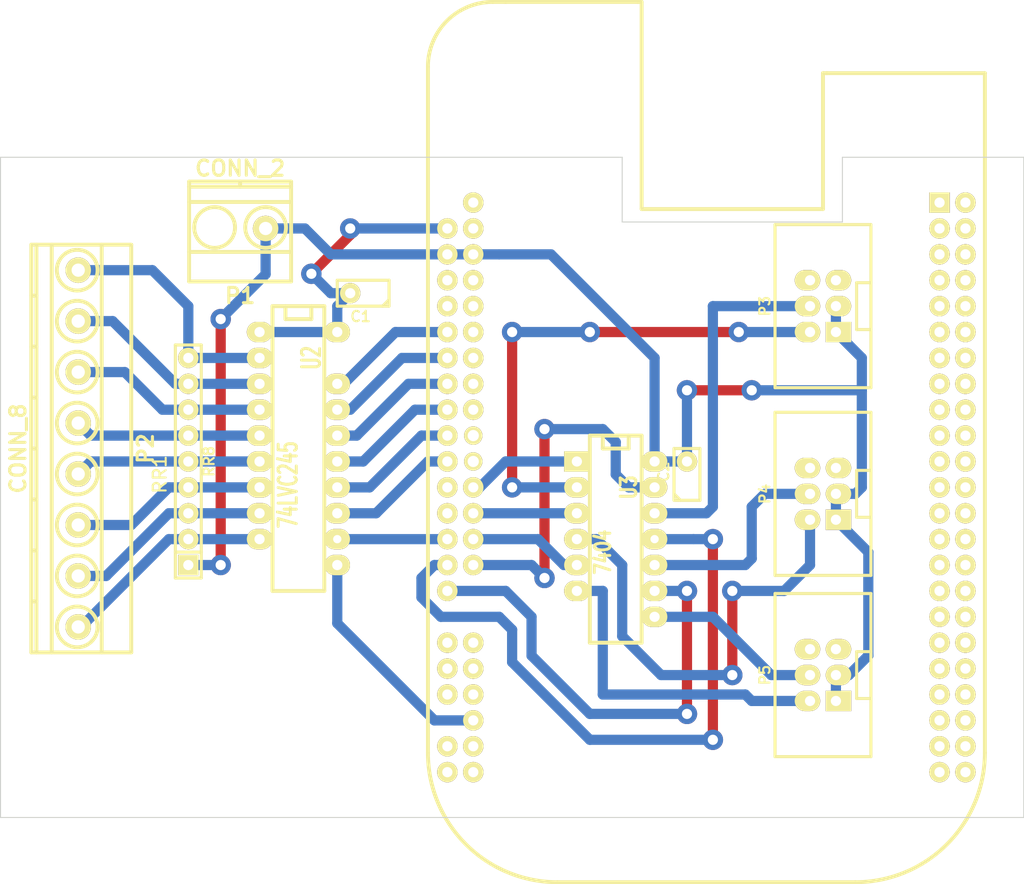
<source format=kicad_pcb>
(kicad_pcb (version 3) (host pcbnew "(2013-jul-07)-stable")

  (general
    (links 50)
    (no_connects 0)
    (area 190.449999 120.205499 290.880001 207.454501)
    (thickness 1.6)
    (drawings 8)
    (tracks 171)
    (zones 0)
    (modules 11)
    (nets 32)
  )

  (page A3)
  (layers
    (15 F.Cu signal)
    (0 B.Cu signal)
    (16 B.Adhes user)
    (17 F.Adhes user)
    (18 B.Paste user)
    (19 F.Paste user)
    (20 B.SilkS user)
    (21 F.SilkS user)
    (22 B.Mask user)
    (23 F.Mask user)
    (24 Dwgs.User user)
    (25 Cmts.User user)
    (26 Eco1.User user)
    (27 Eco2.User user)
    (28 Edge.Cuts user)
  )

  (setup
    (last_trace_width 1)
    (trace_clearance 0.254)
    (zone_clearance 0.508)
    (zone_45_only no)
    (trace_min 0.254)
    (segment_width 0.2)
    (edge_width 0.1)
    (via_size 2)
    (via_drill 1)
    (via_min_size 0.889)
    (via_min_drill 0.508)
    (uvia_size 0.508)
    (uvia_drill 0.127)
    (uvias_allowed no)
    (uvia_min_size 0.508)
    (uvia_min_drill 0.127)
    (pcb_text_width 0.3)
    (pcb_text_size 1.5 1.5)
    (mod_edge_width 0.15)
    (mod_text_size 1 1)
    (mod_text_width 0.15)
    (pad_size 1.5 1.5)
    (pad_drill 0.6)
    (pad_to_mask_clearance 0)
    (aux_axis_origin 0 0)
    (visible_elements 7FFFFFFF)
    (pcbplotparams
      (layerselection 268435456)
      (usegerberextensions true)
      (excludeedgelayer true)
      (linewidth 0.150000)
      (plotframeref false)
      (viasonmask false)
      (mode 1)
      (useauxorigin false)
      (hpglpennumber 1)
      (hpglpenspeed 20)
      (hpglpendiameter 15)
      (hpglpenoverlay 2)
      (psnegative false)
      (psa4output false)
      (plotreference true)
      (plotvalue true)
      (plotothertext true)
      (plotinvisibletext false)
      (padsonsilk false)
      (subtractmaskfromsilk false)
      (outputformat 1)
      (mirror false)
      (drillshape 0)
      (scaleselection 1)
      (outputdirectory ""))
  )

  (net 0 "")
  (net 1 +3.3V)
  (net 2 +5V)
  (net 3 /ESTOP)
  (net 4 "/ESTOP BB")
  (net 5 /HOME)
  (net 6 "/HOME BB")
  (net 7 /PROBE)
  (net 8 "/PROBE BB")
  (net 9 /QEPA)
  (net 10 "/QEPA BB")
  (net 11 /QEPB)
  (net 12 "/QEPB BB")
  (net 13 "/X DIR")
  (net 14 "/X DIR BB")
  (net 15 "/X DRIVER")
  (net 16 "/X DRIVER BB")
  (net 17 "/X STEP")
  (net 18 "/X STEP BB")
  (net 19 "/Y DIR")
  (net 20 "/Y DIR BB")
  (net 21 "/Y DRIVER")
  (net 22 "/Y DRIVER BB")
  (net 23 "/Y STEP")
  (net 24 "/Y STEP BB")
  (net 25 "/Z DIR")
  (net 26 "/Z DIR BB")
  (net 27 "/Z DRIVER")
  (net 28 "/Z DRIVER BB")
  (net 29 "/Z STEP")
  (net 30 "/Z STEP BB")
  (net 31 N-0000014)

  (net_class Default "This is the default net class."
    (clearance 0.254)
    (trace_width 1)
    (via_dia 2)
    (via_drill 1)
    (uvia_dia 0.508)
    (uvia_drill 0.127)
    (add_net "")
    (add_net +3.3V)
    (add_net +5V)
    (add_net /ESTOP)
    (add_net "/ESTOP BB")
    (add_net /HOME)
    (add_net "/HOME BB")
    (add_net /PROBE)
    (add_net "/PROBE BB")
    (add_net /QEPA)
    (add_net "/QEPA BB")
    (add_net /QEPB)
    (add_net "/QEPB BB")
    (add_net "/X DIR")
    (add_net "/X DIR BB")
    (add_net "/X DRIVER")
    (add_net "/X DRIVER BB")
    (add_net "/X STEP")
    (add_net "/X STEP BB")
    (add_net "/Y DIR")
    (add_net "/Y DIR BB")
    (add_net "/Y DRIVER")
    (add_net "/Y DRIVER BB")
    (add_net "/Y STEP")
    (add_net "/Y STEP BB")
    (add_net "/Z DIR")
    (add_net "/Z DIR BB")
    (add_net "/Z DRIVER")
    (add_net "/Z DRIVER BB")
    (add_net "/Z STEP")
    (add_net "/Z STEP BB")
    (add_net N-0000014)
  )

  (module vasch_strip_3x2_elp (layer F.Cu) (tedit 564DB1A5) (tstamp 56D98CC9)
    (at 271.145 150.495 90)
    (descr "Box header 3x2pin 2.54mm")
    (tags "CONN DEV")
    (path /56D98D90)
    (fp_text reference P3 (at 0 -5.7 90) (layer F.SilkS)
      (effects (font (size 1 1) (thickness 0.2032)))
    )
    (fp_text value CONN_3X2 (at 0 5.7 90) (layer F.SilkS) hide
      (effects (font (size 1 1) (thickness 0.2032)))
    )
    (fp_line (start -8 4.7) (end 8 4.7) (layer F.SilkS) (width 0.3048))
    (fp_line (start 8 -4.7) (end -8 -4.7) (layer F.SilkS) (width 0.3048))
    (fp_line (start -8 -4.7) (end -8 4.7) (layer F.SilkS) (width 0.3048))
    (fp_line (start 8 -4.7) (end 8 4.7) (layer F.SilkS) (width 0.3048))
    (fp_line (start 2.3 4.7) (end 2.3 3.3) (layer F.SilkS) (width 0.29972))
    (fp_line (start 2.3 3.3) (end -2.3 3.3) (layer F.SilkS) (width 0.29972))
    (fp_line (start -2.3 3.3) (end -2.3 4.7) (layer F.SilkS) (width 0.29972))
    (pad 1 thru_hole rect (at -2.54 1.27 90) (size 2 2.5) (drill 1 (offset 0 0.25))
      (layers *.Cu *.Mask F.SilkS)
      (net 2 +5V)
    )
    (pad 2 thru_hole oval (at -2.54 -1.27 90) (size 2 2.5) (drill 1 (offset 0 -0.25))
      (layers *.Cu *.Mask F.SilkS)
      (net 17 "/X STEP")
    )
    (pad 3 thru_hole oval (at 0 1.27 90) (size 2 2.5) (drill 1 (offset 0 0.25))
      (layers *.Cu *.Mask F.SilkS)
      (net 2 +5V)
    )
    (pad 4 thru_hole oval (at 0 -1.27 90) (size 2 2.5) (drill 1 (offset 0 -0.25))
      (layers *.Cu *.Mask F.SilkS)
      (net 13 "/X DIR")
    )
    (pad 5 thru_hole oval (at 2.54 1.27 90) (size 2 2.5) (drill 1 (offset 0 0.25))
      (layers *.Cu *.Mask F.SilkS)
    )
    (pad 6 thru_hole oval (at 2.54 -1.27 90) (size 2 2.5) (drill 1 (offset 0 -0.25))
      (layers *.Cu *.Mask F.SilkS)
    )
    (model walter/conn_strip/vasch_strip_3x2.wrl
      (at (xyz 0 0 0))
      (scale (xyz 1 1 1))
      (rotate (xyz 0 0 0))
    )
  )

  (module vasch_strip_3x2_elp (layer F.Cu) (tedit 564DB1A5) (tstamp 56D98CDA)
    (at 271.145 168.91 90)
    (descr "Box header 3x2pin 2.54mm")
    (tags "CONN DEV")
    (path /56D98DA9)
    (fp_text reference P4 (at 0 -5.7 90) (layer F.SilkS)
      (effects (font (size 1 1) (thickness 0.2032)))
    )
    (fp_text value CONN_3X2 (at 0 5.7 90) (layer F.SilkS) hide
      (effects (font (size 1 1) (thickness 0.2032)))
    )
    (fp_line (start -8 4.7) (end 8 4.7) (layer F.SilkS) (width 0.3048))
    (fp_line (start 8 -4.7) (end -8 -4.7) (layer F.SilkS) (width 0.3048))
    (fp_line (start -8 -4.7) (end -8 4.7) (layer F.SilkS) (width 0.3048))
    (fp_line (start 8 -4.7) (end 8 4.7) (layer F.SilkS) (width 0.3048))
    (fp_line (start 2.3 4.7) (end 2.3 3.3) (layer F.SilkS) (width 0.29972))
    (fp_line (start 2.3 3.3) (end -2.3 3.3) (layer F.SilkS) (width 0.29972))
    (fp_line (start -2.3 3.3) (end -2.3 4.7) (layer F.SilkS) (width 0.29972))
    (pad 1 thru_hole rect (at -2.54 1.27 90) (size 2 2.5) (drill 1 (offset 0 0.25))
      (layers *.Cu *.Mask F.SilkS)
      (net 2 +5V)
    )
    (pad 2 thru_hole oval (at -2.54 -1.27 90) (size 2 2.5) (drill 1 (offset 0 -0.25))
      (layers *.Cu *.Mask F.SilkS)
      (net 23 "/Y STEP")
    )
    (pad 3 thru_hole oval (at 0 1.27 90) (size 2 2.5) (drill 1 (offset 0 0.25))
      (layers *.Cu *.Mask F.SilkS)
      (net 2 +5V)
    )
    (pad 4 thru_hole oval (at 0 -1.27 90) (size 2 2.5) (drill 1 (offset 0 -0.25))
      (layers *.Cu *.Mask F.SilkS)
      (net 19 "/Y DIR")
    )
    (pad 5 thru_hole oval (at 2.54 1.27 90) (size 2 2.5) (drill 1 (offset 0 0.25))
      (layers *.Cu *.Mask F.SilkS)
    )
    (pad 6 thru_hole oval (at 2.54 -1.27 90) (size 2 2.5) (drill 1 (offset 0 -0.25))
      (layers *.Cu *.Mask F.SilkS)
    )
    (model walter/conn_strip/vasch_strip_3x2.wrl
      (at (xyz 0 0 0))
      (scale (xyz 1 1 1))
      (rotate (xyz 0 0 0))
    )
  )

  (module vasch_strip_3x2_elp (layer F.Cu) (tedit 564DB1A5) (tstamp 56D98CEB)
    (at 271.145 186.69 90)
    (descr "Box header 3x2pin 2.54mm")
    (tags "CONN DEV")
    (path /56D98DB8)
    (fp_text reference P5 (at 0 -5.7 90) (layer F.SilkS)
      (effects (font (size 1 1) (thickness 0.2032)))
    )
    (fp_text value CONN_3X2 (at 0 5.7 90) (layer F.SilkS) hide
      (effects (font (size 1 1) (thickness 0.2032)))
    )
    (fp_line (start -8 4.7) (end 8 4.7) (layer F.SilkS) (width 0.3048))
    (fp_line (start 8 -4.7) (end -8 -4.7) (layer F.SilkS) (width 0.3048))
    (fp_line (start -8 -4.7) (end -8 4.7) (layer F.SilkS) (width 0.3048))
    (fp_line (start 8 -4.7) (end 8 4.7) (layer F.SilkS) (width 0.3048))
    (fp_line (start 2.3 4.7) (end 2.3 3.3) (layer F.SilkS) (width 0.29972))
    (fp_line (start 2.3 3.3) (end -2.3 3.3) (layer F.SilkS) (width 0.29972))
    (fp_line (start -2.3 3.3) (end -2.3 4.7) (layer F.SilkS) (width 0.29972))
    (pad 1 thru_hole rect (at -2.54 1.27 90) (size 2 2.5) (drill 1 (offset 0 0.25))
      (layers *.Cu *.Mask F.SilkS)
      (net 2 +5V)
    )
    (pad 2 thru_hole oval (at -2.54 -1.27 90) (size 2 2.5) (drill 1 (offset 0 -0.25))
      (layers *.Cu *.Mask F.SilkS)
      (net 29 "/Z STEP")
    )
    (pad 3 thru_hole oval (at 0 1.27 90) (size 2 2.5) (drill 1 (offset 0 0.25))
      (layers *.Cu *.Mask F.SilkS)
      (net 2 +5V)
    )
    (pad 4 thru_hole oval (at 0 -1.27 90) (size 2 2.5) (drill 1 (offset 0 -0.25))
      (layers *.Cu *.Mask F.SilkS)
      (net 25 "/Z DIR")
    )
    (pad 5 thru_hole oval (at 2.54 1.27 90) (size 2 2.5) (drill 1 (offset 0 0.25))
      (layers *.Cu *.Mask F.SilkS)
    )
    (pad 6 thru_hole oval (at 2.54 -1.27 90) (size 2 2.5) (drill 1 (offset 0 -0.25))
      (layers *.Cu *.Mask F.SilkS)
    )
    (model walter/conn_strip/vasch_strip_3x2.wrl
      (at (xyz 0 0 0))
      (scale (xyz 1 1 1))
      (rotate (xyz 0 0 0))
    )
  )

  (module r_pack8_elp (layer F.Cu) (tedit 564DC856) (tstamp 56D98CFD)
    (at 208.915 165.735 90)
    (descr "8 R pack")
    (tags R)
    (path /5649DDD6)
    (fp_text reference RR1 (at -1.27 -2.794 90) (layer F.SilkS)
      (effects (font (size 1.27 1.27) (thickness 0.2032)))
    )
    (fp_text value RR8 (at 0 2.032 90) (layer F.SilkS)
      (effects (font (size 1.016 1.016) (thickness 0.2032)))
    )
    (fp_line (start 11.43 -1.27) (end 11.43 1.27) (layer F.SilkS) (width 0.3048))
    (fp_line (start 11.43 1.27) (end -11.43 1.27) (layer F.SilkS) (width 0.3048))
    (fp_line (start -11.43 1.27) (end -11.43 -1.27) (layer F.SilkS) (width 0.3048))
    (fp_line (start 11.43 -1.27) (end -11.43 -1.27) (layer F.SilkS) (width 0.3048))
    (fp_line (start -8.89 -1.27) (end -8.89 1.27) (layer F.SilkS) (width 0.3048))
    (pad 1 thru_hole rect (at -10.16 0 90) (size 2 2) (drill 1)
      (layers *.Cu *.Mask F.SilkS)
      (net 2 +5V)
    )
    (pad 2 thru_hole circle (at -7.62 0 90) (size 2 2) (drill 1)
      (layers *.Cu *.Mask F.SilkS)
      (net 9 /QEPA)
    )
    (pad 3 thru_hole circle (at -5.08 0 90) (size 2 2) (drill 1)
      (layers *.Cu *.Mask F.SilkS)
      (net 11 /QEPB)
    )
    (pad 4 thru_hole circle (at -2.54 0 90) (size 2 2) (drill 1)
      (layers *.Cu *.Mask F.SilkS)
      (net 27 "/Z DRIVER")
    )
    (pad 5 thru_hole circle (at 0 0 90) (size 2 2) (drill 1)
      (layers *.Cu *.Mask F.SilkS)
      (net 21 "/Y DRIVER")
    )
    (pad 6 thru_hole circle (at 2.54 0 90) (size 2 2) (drill 1)
      (layers *.Cu *.Mask F.SilkS)
      (net 15 "/X DRIVER")
    )
    (pad 7 thru_hole circle (at 5.08 0 90) (size 2 2) (drill 1)
      (layers *.Cu *.Mask F.SilkS)
      (net 7 /PROBE)
    )
    (pad 8 thru_hole circle (at 7.62 0 90) (size 2 2) (drill 1)
      (layers *.Cu *.Mask F.SilkS)
      (net 5 /HOME)
    )
    (pad 9 thru_hole circle (at 10.16 0 90) (size 2 2) (drill 1)
      (layers *.Cu *.Mask F.SilkS)
      (net 3 /ESTOP)
    )
    (model discret/r_pack8.wrl
      (at (xyz 0 0 0))
      (scale (xyz 1 1 1))
      (rotate (xyz 0 0 0))
    )
  )

  (module mkds_1,5-8 (layer F.Cu) (tedit 532D953D) (tstamp 56D98D1F)
    (at 198.12 164.465 270)
    (descr "8-way 5mm pitch terminal block, Phoenix MKDS series")
    (path /56D985BC)
    (fp_text reference P2 (at 0 -6.6 270) (layer F.SilkS)
      (effects (font (size 1.5 1.5) (thickness 0.3)))
    )
    (fp_text value CONN_8 (at 0 5.9 270) (layer F.SilkS)
      (effects (font (size 1.5 1.5) (thickness 0.3)))
    )
    (fp_circle (center 17.5 0.1) (end 15.5 0.1) (layer F.SilkS) (width 0.381))
    (fp_line (start 15 4.1) (end 15 4.6) (layer F.SilkS) (width 0.381))
    (fp_line (start 10 4.1) (end 10 4.6) (layer F.SilkS) (width 0.381))
    (fp_circle (center 12.5 0.1) (end 10.5 0.1) (layer F.SilkS) (width 0.381))
    (fp_circle (center 7.5 0.1) (end 5.5 0.1) (layer F.SilkS) (width 0.381))
    (fp_line (start 5 4.1) (end 5 4.6) (layer F.SilkS) (width 0.381))
    (fp_line (start 0 4.1) (end 0 4.6) (layer F.SilkS) (width 0.381))
    (fp_circle (center 2.5 0.1) (end 0.5 0.1) (layer F.SilkS) (width 0.381))
    (fp_line (start -5 4.1) (end -5 4.6) (layer F.SilkS) (width 0.381))
    (fp_circle (center -2.5 0.1) (end -4.5 0.1) (layer F.SilkS) (width 0.381))
    (fp_circle (center -7.5 0.1) (end -9.5 0.1) (layer F.SilkS) (width 0.381))
    (fp_line (start -10 4.1) (end -10 4.6) (layer F.SilkS) (width 0.381))
    (fp_line (start -15 4.1) (end -15 4.6) (layer F.SilkS) (width 0.381))
    (fp_circle (center -12.5 0.1) (end -14.5 0.1) (layer F.SilkS) (width 0.381))
    (fp_circle (center -17.5 0.1) (end -15.5 0.1) (layer F.SilkS) (width 0.381))
    (fp_line (start -20 2.6) (end 20 2.6) (layer F.SilkS) (width 0.381))
    (fp_line (start -20 -2.3) (end 20 -2.3) (layer F.SilkS) (width 0.381))
    (fp_line (start -20 4.1) (end 20 4.1) (layer F.SilkS) (width 0.381))
    (fp_line (start -20 4.6) (end 20 4.6) (layer F.SilkS) (width 0.381))
    (fp_line (start 20 4.6) (end 20 -5.2) (layer F.SilkS) (width 0.381))
    (fp_line (start 20 -5.2) (end -20 -5.2) (layer F.SilkS) (width 0.381))
    (fp_line (start -20 -5.2) (end -20 4.6) (layer F.SilkS) (width 0.381))
    (pad 8 thru_hole circle (at 17.5 0 270) (size 2.5 2.5) (drill 1.3)
      (layers *.Cu *.Mask F.SilkS)
      (net 9 /QEPA)
    )
    (pad 7 thru_hole circle (at 12.5 0 270) (size 2.5 2.5) (drill 1.3)
      (layers *.Cu *.Mask F.SilkS)
      (net 11 /QEPB)
    )
    (pad 6 thru_hole circle (at 7.5 0 270) (size 2.5 2.5) (drill 1.3)
      (layers *.Cu *.Mask F.SilkS)
      (net 27 "/Z DRIVER")
    )
    (pad 5 thru_hole circle (at 2.5 0 270) (size 2.5 2.5) (drill 1.3)
      (layers *.Cu *.Mask F.SilkS)
      (net 21 "/Y DRIVER")
    )
    (pad 4 thru_hole circle (at -2.5 0 270) (size 2.5 2.5) (drill 1.3)
      (layers *.Cu *.Mask F.SilkS)
      (net 15 "/X DRIVER")
    )
    (pad 3 thru_hole circle (at -7.5 0 270) (size 2.5 2.5) (drill 1.3)
      (layers *.Cu *.Mask F.SilkS)
      (net 7 /PROBE)
    )
    (pad 1 thru_hole circle (at -17.5 0 270) (size 2.5 2.5) (drill 1.3)
      (layers *.Cu *.Mask F.SilkS)
      (net 3 /ESTOP)
    )
    (pad 2 thru_hole circle (at -12.5 0 270) (size 2.5 2.5) (drill 1.3)
      (layers *.Cu *.Mask F.SilkS)
      (net 5 /HOME)
    )
    (model walter/conn_mkds/mkds_1,5-8.wrl
      (at (xyz 0 0 0))
      (scale (xyz 1 1 1))
      (rotate (xyz 0 0 0))
    )
  )

  (module DIP-20_elp (layer F.Cu) (tedit 56D9B10C) (tstamp 56D98D3E)
    (at 219.71 164.465 270)
    (descr "20 pins DIL package, elliptical pads")
    (tags DIL)
    (path /5649DB71)
    (fp_text reference U2 (at -8.89 -1.27 270) (layer F.SilkS)
      (effects (font (size 1.778 1.143) (thickness 0.3048)))
    )
    (fp_text value 74LVC245 (at 3.556 1.016 270) (layer F.SilkS)
      (effects (font (size 1.778 1.143) (thickness 0.3048)))
    )
    (fp_line (start -13.97 -1.27) (end -12.7 -1.27) (layer F.SilkS) (width 0.381))
    (fp_line (start -12.7 -1.27) (end -12.7 1.27) (layer F.SilkS) (width 0.381))
    (fp_line (start -12.7 1.27) (end -13.97 1.27) (layer F.SilkS) (width 0.381))
    (fp_line (start -13.97 -2.54) (end 13.97 -2.54) (layer F.SilkS) (width 0.381))
    (fp_line (start 13.97 -2.54) (end 13.97 2.54) (layer F.SilkS) (width 0.381))
    (fp_line (start 13.97 2.54) (end -13.97 2.54) (layer F.SilkS) (width 0.381))
    (fp_line (start -13.97 2.54) (end -13.97 -2.54) (layer F.SilkS) (width 0.381))
    (pad 1 thru_hole oval (at -11.43 3.81 270) (size 2 2.5) (drill 1)
      (layers *.Cu *.Mask F.SilkS)
      (net 1 +3.3V)
    )
    (pad 2 thru_hole oval (at -8.89 3.81 270) (size 2 2.5) (drill 1)
      (layers *.Cu *.Mask F.SilkS)
      (net 3 /ESTOP)
    )
    (pad 3 thru_hole oval (at -6.35 3.81 270) (size 2 2.5) (drill 1)
      (layers *.Cu *.Mask F.SilkS)
      (net 5 /HOME)
    )
    (pad 4 thru_hole oval (at -3.81 3.81 270) (size 2 2.5) (drill 1)
      (layers *.Cu *.Mask F.SilkS)
      (net 7 /PROBE)
    )
    (pad 5 thru_hole oval (at -1.27 3.81 270) (size 2 2.5) (drill 1)
      (layers *.Cu *.Mask F.SilkS)
      (net 15 "/X DRIVER")
    )
    (pad 6 thru_hole oval (at 1.27 3.81 270) (size 2 2.5) (drill 1)
      (layers *.Cu *.Mask F.SilkS)
      (net 21 "/Y DRIVER")
    )
    (pad 7 thru_hole oval (at 3.81 3.81 270) (size 2 2.5) (drill 1)
      (layers *.Cu *.Mask F.SilkS)
      (net 27 "/Z DRIVER")
    )
    (pad 8 thru_hole oval (at 6.35 3.81 270) (size 2 2.5) (drill 1)
      (layers *.Cu *.Mask F.SilkS)
      (net 11 /QEPB)
    )
    (pad 9 thru_hole oval (at 8.89 3.81 270) (size 2 2.5) (drill 1)
      (layers *.Cu *.Mask F.SilkS)
      (net 9 /QEPA)
    )
    (pad 11 thru_hole oval (at 11.43 -3.81 270) (size 2 2.5) (drill 1)
      (layers *.Cu *.Mask F.SilkS)
      (net 10 "/QEPA BB")
    )
    (pad 12 thru_hole oval (at 8.89 -3.81 270) (size 2 2.5) (drill 0.8128)
      (layers *.Cu *.Mask F.SilkS)
      (net 12 "/QEPB BB")
    )
    (pad 13 thru_hole oval (at 6.35 -3.81 270) (size 2 2.5) (drill 1)
      (layers *.Cu *.Mask F.SilkS)
      (net 28 "/Z DRIVER BB")
    )
    (pad 14 thru_hole oval (at 3.81 -3.81 270) (size 2 2.5) (drill 1)
      (layers *.Cu *.Mask F.SilkS)
      (net 22 "/Y DRIVER BB")
    )
    (pad 15 thru_hole oval (at 1.27 -3.81 270) (size 2 2.5) (drill 1)
      (layers *.Cu *.Mask F.SilkS)
      (net 16 "/X DRIVER BB")
    )
    (pad 16 thru_hole oval (at -1.27 -3.81 270) (size 2 2.5) (drill 1)
      (layers *.Cu *.Mask F.SilkS)
      (net 8 "/PROBE BB")
    )
    (pad 17 thru_hole oval (at -3.81 -3.81 270) (size 2 2.5) (drill 1)
      (layers *.Cu *.Mask F.SilkS)
      (net 6 "/HOME BB")
    )
    (pad 18 thru_hole oval (at -6.35 -3.81 270) (size 2 2.5) (drill 1)
      (layers *.Cu *.Mask F.SilkS)
      (net 4 "/ESTOP BB")
    )
    (pad 20 thru_hole oval (at -11.43 -3.81 270) (size 2 2.5) (drill 1)
      (layers *.Cu *.Mask F.SilkS)
      (net 1 +3.3V)
    )
    (model dil/dil_20.wrl
      (at (xyz 0 0 0))
      (scale (xyz 1 1 1))
      (rotate (xyz 0 0 0))
    )
  )

  (module DIP-14_elp (layer F.Cu) (tedit 56D9B116) (tstamp 56D98D57)
    (at 250.825 173.355 270)
    (descr "14 pins DIL package, elliptical pads")
    (tags DIL)
    (path /564A07FE)
    (fp_text reference U3 (at -5.08 -1.27 270) (layer F.SilkS)
      (effects (font (size 1.524 1.143) (thickness 0.3048)))
    )
    (fp_text value 7404 (at 1.27 1.27 270) (layer F.SilkS)
      (effects (font (size 1.524 1.143) (thickness 0.3048)))
    )
    (fp_line (start -10.16 -2.54) (end 10.16 -2.54) (layer F.SilkS) (width 0.381))
    (fp_line (start 10.16 2.54) (end -10.16 2.54) (layer F.SilkS) (width 0.381))
    (fp_line (start -10.16 2.54) (end -10.16 -2.54) (layer F.SilkS) (width 0.381))
    (fp_line (start -10.16 -1.27) (end -8.89 -1.27) (layer F.SilkS) (width 0.381))
    (fp_line (start -8.89 -1.27) (end -8.89 1.27) (layer F.SilkS) (width 0.381))
    (fp_line (start -8.89 1.27) (end -10.16 1.27) (layer F.SilkS) (width 0.381))
    (fp_line (start 10.16 -2.54) (end 10.16 2.54) (layer F.SilkS) (width 0.381))
    (pad 1 thru_hole rect (at -7.62 3.81 270) (size 2 2.5) (drill 1)
      (layers *.Cu *.Mask F.SilkS)
      (net 18 "/X STEP BB")
    )
    (pad 2 thru_hole oval (at -5.08 3.81 270) (size 2 2.5) (drill 1)
      (layers *.Cu *.Mask F.SilkS)
      (net 17 "/X STEP")
    )
    (pad 3 thru_hole oval (at -2.54 3.81 270) (size 2 2.5) (drill 1)
      (layers *.Cu *.Mask F.SilkS)
      (net 24 "/Y STEP BB")
    )
    (pad 4 thru_hole oval (at 0 3.81 270) (size 2 2.5) (drill 1)
      (layers *.Cu *.Mask F.SilkS)
      (net 23 "/Y STEP")
    )
    (pad 5 thru_hole oval (at 2.54 3.81 270) (size 2 2.5) (drill 1)
      (layers *.Cu *.Mask F.SilkS)
      (net 30 "/Z STEP BB")
    )
    (pad 6 thru_hole oval (at 5.08 3.81 270) (size 2 2.5) (drill 1)
      (layers *.Cu *.Mask F.SilkS)
      (net 29 "/Z STEP")
    )
    (pad 8 thru_hole oval (at 7.62 -3.81 270) (size 2 2.5) (drill 1)
      (layers *.Cu *.Mask F.SilkS)
      (net 25 "/Z DIR")
    )
    (pad 9 thru_hole oval (at 5.08 -3.81 270) (size 2 2.5) (drill 1)
      (layers *.Cu *.Mask F.SilkS)
      (net 26 "/Z DIR BB")
    )
    (pad 10 thru_hole oval (at 2.54 -3.81 270) (size 2 2.5) (drill 1)
      (layers *.Cu *.Mask F.SilkS)
      (net 19 "/Y DIR")
    )
    (pad 11 thru_hole oval (at 0 -3.81 270) (size 2 2.5) (drill 0.8128)
      (layers *.Cu *.Mask F.SilkS)
      (net 20 "/Y DIR BB")
    )
    (pad 12 thru_hole oval (at -2.54 -3.81 270) (size 2 2.5) (drill 1)
      (layers *.Cu *.Mask F.SilkS)
      (net 13 "/X DIR")
    )
    (pad 13 thru_hole oval (at -5.08 -3.81 270) (size 2 2.5) (drill 1)
      (layers *.Cu *.Mask F.SilkS)
      (net 14 "/X DIR BB")
    )
    (pad 14 thru_hole oval (at -7.62 -3.81 270) (size 2 2.5) (drill 1)
      (layers *.Cu *.Mask F.SilkS)
      (net 2 +5V)
    )
    (model dil/dil_14.wrl
      (at (xyz 0 0 0))
      (scale (xyz 1 1 1))
      (rotate (xyz 0 0 0))
    )
  )

  (module C1_elp (layer F.Cu) (tedit 56D9B0F0) (tstamp 56D98D79)
    (at 226.06 149.225 180)
    (descr "Condensateur e = 1 pas")
    (tags C)
    (path /564A03A1)
    (fp_text reference C1 (at 0.254 -2.286 180) (layer F.SilkS)
      (effects (font (size 1.016 1.016) (thickness 0.2032)))
    )
    (fp_text value C (at 0 -2.286 180) (layer F.SilkS) hide
      (effects (font (size 1.016 1.016) (thickness 0.2032)))
    )
    (fp_line (start -2.4892 -1.27) (end 2.54 -1.27) (layer F.SilkS) (width 0.3048))
    (fp_line (start 2.54 -1.27) (end 2.54 1.27) (layer F.SilkS) (width 0.3048))
    (fp_line (start 2.54 1.27) (end -2.54 1.27) (layer F.SilkS) (width 0.3048))
    (fp_line (start -2.54 1.27) (end -2.54 -1.27) (layer F.SilkS) (width 0.3048))
    (fp_line (start -2.54 -0.635) (end -1.905 -1.27) (layer F.SilkS) (width 0.3048))
    (pad 2 thru_hole circle (at 1.27 0 180) (size 2 2) (drill 1)
      (layers *.Cu *.Mask F.SilkS)
      (net 1 +3.3V)
    )
    (model discret/capa_1_pas.wrl
      (at (xyz 0 0 0))
      (scale (xyz 1 1 1))
      (rotate (xyz 0 0 0))
    )
  )

  (module C1_elp (layer F.Cu) (tedit 56D9B11D) (tstamp 56D98D84)
    (at 257.81 167.005 90)
    (descr "Condensateur e = 1 pas")
    (tags C)
    (path /564A0B24)
    (fp_text reference C2 (at 0.254 -2.286 90) (layer F.SilkS)
      (effects (font (size 1.016 1.016) (thickness 0.2032)))
    )
    (fp_text value C (at 0 -2.286 90) (layer F.SilkS) hide
      (effects (font (size 1.016 1.016) (thickness 0.2032)))
    )
    (fp_line (start -2.4892 -1.27) (end 2.54 -1.27) (layer F.SilkS) (width 0.3048))
    (fp_line (start 2.54 -1.27) (end 2.54 1.27) (layer F.SilkS) (width 0.3048))
    (fp_line (start 2.54 1.27) (end -2.54 1.27) (layer F.SilkS) (width 0.3048))
    (fp_line (start -2.54 1.27) (end -2.54 -1.27) (layer F.SilkS) (width 0.3048))
    (fp_line (start -2.54 -0.635) (end -1.905 -1.27) (layer F.SilkS) (width 0.3048))
    (pad 2 thru_hole circle (at 1.27 0 90) (size 2 2) (drill 1)
      (layers *.Cu *.Mask F.SilkS)
      (net 2 +5V)
    )
    (model discret/capa_1_pas.wrl
      (at (xyz 0 0 0))
      (scale (xyz 1 1 1))
      (rotate (xyz 0 0 0))
    )
  )

  (module BEAGLEBONEBLACK_elp (layer F.Cu) (tedit 56D9B4A3) (tstamp 56D9A556)
    (at 259.715 163.83 90)
    (tags "beaglebone black")
    (path /5649CF8A)
    (fp_text reference U1 (at 0 1.778 90) (layer F.SilkS) hide
      (effects (font (size 1.524 1.524) (thickness 0.3048)))
    )
    (fp_text value BEAGLEBONE (at 0 -1.143 90) (layer F.SilkS) hide
      (effects (font (size 1.524 1.524) (thickness 0.3048)))
    )
    (fp_line (start 36.195 11.811) (end 36.195 11.43) (layer F.SilkS) (width 0.381))
    (fp_line (start 36.195 11.43) (end 22.86 11.43) (layer F.SilkS) (width 0.381))
    (fp_line (start 22.86 11.43) (end 22.86 -6.35) (layer F.SilkS) (width 0.381))
    (fp_line (start 22.86 -6.35) (end 43.18 -6.35) (layer F.SilkS) (width 0.381))
    (fp_line (start 43.18 -6.35) (end 43.18 -6.731) (layer F.SilkS) (width 0.381))
    (fp_line (start -30.48 27.305) (end 36.195 27.305) (layer F.SilkS) (width 0.381))
    (fp_line (start 36.195 27.305) (end 36.195 11.811) (layer F.SilkS) (width 0.381))
    (fp_line (start 43.18 -6.731) (end 43.18 -19.685) (layer F.SilkS) (width 0.381))
    (fp_line (start 43.18 -20.955) (end 43.18 -19.685) (layer F.SilkS) (width 0.381))
    (fp_line (start -30.48 -27.305) (end 36.83 -27.305) (layer F.SilkS) (width 0.381))
    (fp_line (start -43.18 -14.605) (end -43.18 14.605) (layer F.SilkS) (width 0.381))
    (fp_arc (start -30.48 -14.605) (end -43.18 -14.605) (angle 90) (layer F.SilkS) (width 0.381))
    (fp_arc (start -30.48 14.605) (end -30.48 27.305) (angle 90) (layer F.SilkS) (width 0.381))
    (fp_arc (start 36.83 -20.955) (end 36.83 -27.305) (angle 90) (layer F.SilkS) (width 0.381))
    (pad C2 thru_hole circle (at 23.495 -22.86 90) (size 2 2) (drill 1)
      (layers *.Cu *.Mask F.SilkS)
    )
    (pad C3 thru_hole circle (at 20.955 -25.4 90) (size 2 2) (drill 1)
      (layers *.Cu *.Mask F.SilkS)
      (net 1 +3.3V)
    )
    (pad C4 thru_hole circle (at 20.955 -22.86 90) (size 2 2) (drill 1)
      (layers *.Cu *.Mask F.SilkS)
    )
    (pad C5 thru_hole circle (at 18.415 -25.4 90) (size 2 2) (drill 1)
      (layers *.Cu *.Mask F.SilkS)
      (net 2 +5V)
    )
    (pad C6 thru_hole circle (at 18.415 -22.86 90) (size 2 2) (drill 1)
      (layers *.Cu *.Mask F.SilkS)
      (net 2 +5V)
    )
    (pad C7 thru_hole circle (at 15.875 -25.4 90) (size 2 2) (drill 1)
      (layers *.Cu *.Mask F.SilkS)
    )
    (pad C8 thru_hole circle (at 15.875 -22.86 90) (size 2 2) (drill 1)
      (layers *.Cu *.Mask F.SilkS)
    )
    (pad C9 thru_hole circle (at 13.335 -25.4 90) (size 2 2) (drill 1)
      (layers *.Cu *.Mask F.SilkS)
      (net 31 N-0000014)
    )
    (pad C10 thru_hole circle (at 13.335 -22.86 90) (size 2 2) (drill 1)
      (layers *.Cu *.Mask F.SilkS)
    )
    (pad C11 thru_hole circle (at 10.795 -25.4 90) (size 2 2) (drill 1)
      (layers *.Cu *.Mask F.SilkS)
      (net 4 "/ESTOP BB")
    )
    (pad C12 thru_hole circle (at 10.795 -22.86 90) (size 2 2) (drill 1)
      (layers *.Cu *.Mask F.SilkS)
    )
    (pad C13 thru_hole circle (at 8.255 -25.4 90) (size 2 2) (drill 1)
      (layers *.Cu *.Mask F.SilkS)
      (net 6 "/HOME BB")
    )
    (pad C14 thru_hole circle (at 8.255 -22.86 90) (size 2 2) (drill 1)
      (layers *.Cu *.Mask F.SilkS)
    )
    (pad C15 thru_hole circle (at 5.715 -25.4 90) (size 2 2) (drill 1)
      (layers *.Cu *.Mask F.SilkS)
      (net 8 "/PROBE BB")
    )
    (pad C16 thru_hole circle (at 5.715 -22.86 90) (size 2 2) (drill 1)
      (layers *.Cu *.Mask F.SilkS)
    )
    (pad C17 thru_hole circle (at 3.175 -25.4 90) (size 2 2) (drill 1)
      (layers *.Cu *.Mask F.SilkS)
      (net 16 "/X DRIVER BB")
    )
    (pad C18 thru_hole circle (at 3.175 -22.86 90) (size 2 2) (drill 1)
      (layers *.Cu *.Mask F.SilkS)
    )
    (pad C19 thru_hole circle (at 0.635 -25.4 90) (size 2 2) (drill 1)
      (layers *.Cu *.Mask F.SilkS)
      (net 22 "/Y DRIVER BB")
    )
    (pad C20 thru_hole circle (at 0.635 -22.86 90) (size 1.8 1.8) (drill 1.1)
      (layers *.Cu *.Mask F.SilkS)
    )
    (pad C21 thru_hole circle (at -1.905 -25.4 90) (size 2 2) (drill 1)
      (layers *.Cu *.Mask F.SilkS)
      (net 28 "/Z DRIVER BB")
    )
    (pad C22 thru_hole circle (at -1.905 -22.86 90) (size 1.8 1.8) (drill 1.1)
      (layers *.Cu *.Mask F.SilkS)
    )
    (pad C23 thru_hole circle (at -4.445 -25.4 90) (size 2 2) (drill 1)
      (layers *.Cu *.Mask F.SilkS)
    )
    (pad C24 thru_hole circle (at -4.445 -22.86 90) (size 2 2) (drill 1)
      (layers *.Cu *.Mask F.SilkS)
      (net 18 "/X STEP BB")
    )
    (pad C25 thru_hole circle (at -6.985 -25.4 90) (size 2 2) (drill 1)
      (layers *.Cu *.Mask F.SilkS)
    )
    (pad C26 thru_hole circle (at -6.985 -22.86 90) (size 2 2) (drill 1)
      (layers *.Cu *.Mask F.SilkS)
      (net 24 "/Y STEP BB")
    )
    (pad C27 thru_hole circle (at -9.525 -25.4 90) (size 2 2) (drill 1)
      (layers *.Cu *.Mask F.SilkS)
      (net 12 "/QEPB BB")
    )
    (pad C28 thru_hole circle (at -9.525 -22.86 90) (size 2 2) (drill 1)
      (layers *.Cu *.Mask F.SilkS)
      (net 30 "/Z STEP BB")
    )
    (pad C29 thru_hole circle (at -12.065 -25.4 90) (size 2 2) (drill 1)
      (layers *.Cu *.Mask F.SilkS)
      (net 20 "/Y DIR BB")
    )
    (pad C30 thru_hole circle (at -12.065 -22.86 90) (size 2 2) (drill 1)
      (layers *.Cu *.Mask F.SilkS)
      (net 14 "/X DIR BB")
    )
    (pad C31 thru_hole circle (at -14.605 -25.4 90) (size 2 2) (drill 1)
      (layers *.Cu *.Mask F.SilkS)
      (net 26 "/Z DIR BB")
    )
    (pad C35 thru_hole circle (at -19.685 -25.4 90) (size 2 2) (drill 1)
      (layers *.Cu *.Mask F.SilkS)
    )
    (pad C36 thru_hole circle (at -19.685 -22.86 90) (size 2 2) (drill 1)
      (layers *.Cu *.Mask F.SilkS)
    )
    (pad C37 thru_hole circle (at -22.225 -25.4 90) (size 2 2) (drill 1)
      (layers *.Cu *.Mask F.SilkS)
    )
    (pad C38 thru_hole circle (at -22.225 -22.86 90) (size 2 2) (drill 1)
      (layers *.Cu *.Mask F.SilkS)
    )
    (pad C39 thru_hole circle (at -24.765 -25.4 90) (size 2 2) (drill 1)
      (layers *.Cu *.Mask F.SilkS)
    )
    (pad C40 thru_hole circle (at -24.765 -22.86 90) (size 2 2) (drill 1)
      (layers *.Cu *.Mask F.SilkS)
    )
    (pad C42 thru_hole circle (at -27.305 -22.86 90) (size 2 2) (drill 1)
      (layers *.Cu *.Mask F.SilkS)
      (net 10 "/QEPA BB")
    )
    (pad C43 thru_hole circle (at -29.845 -25.4 90) (size 2 2) (drill 1)
      (layers *.Cu *.Mask F.SilkS)
    )
    (pad C44 thru_hole circle (at -29.845 -22.86 90) (size 2 2) (drill 1)
      (layers *.Cu *.Mask F.SilkS)
    )
    (pad C45 thru_hole circle (at -32.385 -25.4 90) (size 2 2) (drill 1)
      (layers *.Cu *.Mask F.SilkS)
    )
    (pad C46 thru_hole circle (at -32.385 -22.86 90) (size 2 2) (drill 1)
      (layers *.Cu *.Mask F.SilkS)
    )
    (pad B1 thru_hole rect (at 23.495 22.86 90) (size 2 2) (drill 1)
      (layers *.Cu *.Mask F.SilkS)
    )
    (pad B2 thru_hole circle (at 23.495 25.4 90) (size 2 2) (drill 1)
      (layers *.Cu *.Mask F.SilkS)
    )
    (pad B3 thru_hole circle (at 20.955 22.86 90) (size 2 2) (drill 1)
      (layers *.Cu *.Mask F.SilkS)
    )
    (pad B4 thru_hole circle (at 20.955 25.4 90) (size 2 2) (drill 1)
      (layers *.Cu *.Mask F.SilkS)
    )
    (pad B5 thru_hole circle (at 18.415 22.86 90) (size 2 2) (drill 1)
      (layers *.Cu *.Mask F.SilkS)
    )
    (pad B6 thru_hole circle (at 18.415 25.4 90) (size 2 2) (drill 1)
      (layers *.Cu *.Mask F.SilkS)
    )
    (pad B7 thru_hole circle (at 15.875 22.86 90) (size 2 2) (drill 1)
      (layers *.Cu *.Mask F.SilkS)
    )
    (pad B8 thru_hole circle (at 15.875 25.4 90) (size 2 2) (drill 1)
      (layers *.Cu *.Mask F.SilkS)
    )
    (pad B9 thru_hole circle (at 13.335 22.86 90) (size 2 2) (drill 1)
      (layers *.Cu *.Mask F.SilkS)
    )
    (pad B10 thru_hole circle (at 13.335 25.4 90) (size 2 2) (drill 1)
      (layers *.Cu *.Mask F.SilkS)
    )
    (pad B11 thru_hole circle (at 10.795 22.86 90) (size 2 2) (drill 1)
      (layers *.Cu *.Mask F.SilkS)
    )
    (pad B12 thru_hole circle (at 10.795 25.4 90) (size 2 2) (drill 1)
      (layers *.Cu *.Mask F.SilkS)
    )
    (pad B13 thru_hole circle (at 8.255 22.86 90) (size 2 2) (drill 1)
      (layers *.Cu *.Mask F.SilkS)
    )
    (pad B14 thru_hole circle (at 8.255 25.4 90) (size 2 2) (drill 1)
      (layers *.Cu *.Mask F.SilkS)
    )
    (pad B15 thru_hole circle (at 5.715 22.86 90) (size 2 2) (drill 1)
      (layers *.Cu *.Mask F.SilkS)
    )
    (pad B16 thru_hole circle (at 5.715 25.4 90) (size 2 2) (drill 1)
      (layers *.Cu *.Mask F.SilkS)
    )
    (pad B17 thru_hole circle (at 3.175 22.86 90) (size 2 2) (drill 1)
      (layers *.Cu *.Mask F.SilkS)
    )
    (pad B18 thru_hole circle (at 3.175 25.4 90) (size 2 2) (drill 1)
      (layers *.Cu *.Mask F.SilkS)
    )
    (pad B19 thru_hole circle (at 0.635 22.86 90) (size 2 2) (drill 1)
      (layers *.Cu *.Mask F.SilkS)
    )
    (pad B20 thru_hole circle (at 0.635 25.4 90) (size 2 2) (drill 1)
      (layers *.Cu *.Mask F.SilkS)
    )
    (pad B21 thru_hole circle (at -1.905 22.86 90) (size 2 2) (drill 1)
      (layers *.Cu *.Mask F.SilkS)
    )
    (pad B22 thru_hole circle (at -1.905 25.4 90) (size 2 2) (drill 1)
      (layers *.Cu *.Mask F.SilkS)
    )
    (pad B23 thru_hole circle (at -4.445 22.86 90) (size 2 2) (drill 1)
      (layers *.Cu *.Mask F.SilkS)
    )
    (pad B24 thru_hole circle (at -4.445 25.4 90) (size 2 2) (drill 1)
      (layers *.Cu *.Mask F.SilkS)
    )
    (pad B25 thru_hole circle (at -6.985 22.86 90) (size 2 2) (drill 1)
      (layers *.Cu *.Mask F.SilkS)
    )
    (pad B26 thru_hole circle (at -6.985 25.4 90) (size 2 2) (drill 1)
      (layers *.Cu *.Mask F.SilkS)
    )
    (pad B27 thru_hole circle (at -9.525 22.86 90) (size 2 2) (drill 1)
      (layers *.Cu *.Mask F.SilkS)
    )
    (pad B28 thru_hole circle (at -9.525 25.4 90) (size 2 2) (drill 1)
      (layers *.Cu *.Mask F.SilkS)
    )
    (pad B29 thru_hole circle (at -12.065 22.86 90) (size 2 2) (drill 1)
      (layers *.Cu *.Mask F.SilkS)
    )
    (pad B30 thru_hole circle (at -12.065 25.4 90) (size 2 2) (drill 1)
      (layers *.Cu *.Mask F.SilkS)
    )
    (pad B31 thru_hole circle (at -14.605 22.86 90) (size 2 2) (drill 1)
      (layers *.Cu *.Mask F.SilkS)
    )
    (pad B32 thru_hole circle (at -14.605 25.4 90) (size 2 2) (drill 1)
      (layers *.Cu *.Mask F.SilkS)
    )
    (pad B33 thru_hole circle (at -17.145 22.86 90) (size 2 2) (drill 1)
      (layers *.Cu *.Mask F.SilkS)
    )
    (pad B34 thru_hole circle (at -17.145 25.4 90) (size 2 2) (drill 1)
      (layers *.Cu *.Mask F.SilkS)
    )
    (pad B35 thru_hole circle (at -19.685 22.86 90) (size 2 2) (drill 1)
      (layers *.Cu *.Mask F.SilkS)
    )
    (pad B36 thru_hole circle (at -19.685 25.4 90) (size 2 2) (drill 1)
      (layers *.Cu *.Mask F.SilkS)
    )
    (pad B37 thru_hole circle (at -22.225 22.86 90) (size 2 2) (drill 1)
      (layers *.Cu *.Mask F.SilkS)
    )
    (pad B38 thru_hole circle (at -22.225 25.4 90) (size 2 2) (drill 1)
      (layers *.Cu *.Mask F.SilkS)
    )
    (pad B39 thru_hole circle (at -24.765 22.86 90) (size 2 2) (drill 1)
      (layers *.Cu *.Mask F.SilkS)
    )
    (pad B40 thru_hole circle (at -24.765 25.4 90) (size 2 2) (drill 1)
      (layers *.Cu *.Mask F.SilkS)
    )
    (pad B41 thru_hole circle (at -27.305 22.86 90) (size 2 2) (drill 1)
      (layers *.Cu *.Mask F.SilkS)
    )
    (pad B42 thru_hole circle (at -27.305 25.4 90) (size 2 2) (drill 1)
      (layers *.Cu *.Mask F.SilkS)
    )
    (pad B43 thru_hole circle (at -29.845 22.86 90) (size 2 2) (drill 1)
      (layers *.Cu *.Mask F.SilkS)
    )
    (pad B44 thru_hole circle (at -29.845 25.4 90) (size 2 2) (drill 1)
      (layers *.Cu *.Mask F.SilkS)
    )
    (pad B45 thru_hole circle (at -32.385 22.86 90) (size 2 2) (drill 1)
      (layers *.Cu *.Mask F.SilkS)
    )
    (pad B46 thru_hole circle (at -32.385 25.4 90) (size 2 2) (drill 1)
      (layers *.Cu *.Mask F.SilkS)
    )
  )

  (module mkds_1,5-2 (layer F.Cu) (tedit 56D9B0EB) (tstamp 56D9A3EF)
    (at 213.995 142.875 180)
    (descr "2-way 5mm pitch terminal block, Phoenix MKDS series")
    (path /564A21A5)
    (fp_text reference P1 (at 0 -6.6 180) (layer F.SilkS)
      (effects (font (size 1.5 1.5) (thickness 0.3)))
    )
    (fp_text value CONN_2 (at 0 5.9 180) (layer F.SilkS)
      (effects (font (size 1.5 1.5) (thickness 0.3)))
    )
    (fp_line (start 0 4.1) (end 0 4.6) (layer F.SilkS) (width 0.381))
    (fp_circle (center 2.5 0.1) (end 0.5 0.1) (layer F.SilkS) (width 0.381))
    (fp_circle (center -2.5 0.1) (end -0.5 0.1) (layer F.SilkS) (width 0.381))
    (fp_line (start -5 2.6) (end 5 2.6) (layer F.SilkS) (width 0.381))
    (fp_line (start -5 -2.3) (end 5 -2.3) (layer F.SilkS) (width 0.381))
    (fp_line (start -5 4.1) (end 5 4.1) (layer F.SilkS) (width 0.381))
    (fp_line (start -5 4.6) (end 5 4.6) (layer F.SilkS) (width 0.381))
    (fp_line (start 5 4.6) (end 5 -5.2) (layer F.SilkS) (width 0.381))
    (fp_line (start 5 -5.2) (end -5 -5.2) (layer F.SilkS) (width 0.381))
    (fp_line (start -5 -5.2) (end -5 4.6) (layer F.SilkS) (width 0.381))
    (pad 1 thru_hole circle (at -2.5 0 180) (size 2.5 2.5) (drill 1.3)
      (layers *.Cu *.Mask F.SilkS)
      (net 2 +5V)
    )
    (model walter/conn_mkds/mkds_1,5-2.wrl
      (at (xyz 0 0 0))
      (scale (xyz 1 1 1))
      (rotate (xyz 0 0 0))
    )
  )

  (gr_line (start 190.5 200.66) (end 190.5 135.89) (angle 90) (layer Edge.Cuts) (width 0.1))
  (gr_line (start 290.83 200.66) (end 190.5 200.66) (angle 90) (layer Edge.Cuts) (width 0.1))
  (gr_line (start 290.83 135.89) (end 290.83 200.66) (angle 90) (layer Edge.Cuts) (width 0.1))
  (gr_line (start 251.46 135.89) (end 190.5 135.89) (angle 90) (layer Edge.Cuts) (width 0.1))
  (gr_line (start 251.46 142.24) (end 251.46 135.89) (angle 90) (layer Edge.Cuts) (width 0.1))
  (gr_line (start 273.05 142.24) (end 251.46 142.24) (angle 90) (layer Edge.Cuts) (width 0.1))
  (gr_line (start 273.05 135.89) (end 273.05 142.24) (angle 90) (layer Edge.Cuts) (width 0.1))
  (gr_line (start 290.83 135.89) (end 273.05 135.89) (angle 90) (layer Edge.Cuts) (width 0.1))

  (segment (start 224.79 149.225) (end 222.885 149.225) (width 1) (layer B.Cu) (net 1))
  (segment (start 224.79 142.875) (end 234.315 142.875) (width 1) (layer B.Cu) (net 1) (tstamp 56D9AF97))
  (via (at 224.79 142.875) (size 2) (layers F.Cu B.Cu) (net 1))
  (segment (start 224.79 143.51) (end 224.79 142.875) (width 1) (layer F.Cu) (net 1) (tstamp 56D9AF91))
  (segment (start 220.98 147.32) (end 224.79 143.51) (width 1) (layer F.Cu) (net 1) (tstamp 56D9AF90))
  (via (at 220.98 147.32) (size 2) (layers F.Cu B.Cu) (net 1))
  (segment (start 222.885 149.225) (end 220.98 147.32) (width 1) (layer B.Cu) (net 1) (tstamp 56D9AF8C))
  (segment (start 223.52 153.035) (end 223.52 150.495) (width 1) (layer B.Cu) (net 1))
  (segment (start 223.52 150.495) (end 224.79 149.225) (width 1) (layer B.Cu) (net 1) (tstamp 56D9AF87))
  (segment (start 215.9 153.035) (end 223.52 153.035) (width 1) (layer B.Cu) (net 1))
  (segment (start 216.495 142.875) (end 220.345 142.875) (width 1) (layer B.Cu) (net 2))
  (segment (start 222.885 145.415) (end 234.315 145.415) (width 1) (layer B.Cu) (net 2) (tstamp 56D9AE00))
  (segment (start 220.345 142.875) (end 222.885 145.415) (width 1) (layer B.Cu) (net 2) (tstamp 56D9ADFF))
  (segment (start 208.915 175.895) (end 212.09 175.895) (width 1) (layer B.Cu) (net 2))
  (segment (start 216.495 147.36) (end 216.495 142.875) (width 1) (layer B.Cu) (net 2) (tstamp 56D9ADFB))
  (segment (start 212.09 151.765) (end 216.495 147.36) (width 1) (layer B.Cu) (net 2) (tstamp 56D9ADFA))
  (via (at 212.09 151.765) (size 2) (layers F.Cu B.Cu) (net 2))
  (segment (start 212.09 175.895) (end 212.09 151.765) (width 1) (layer F.Cu) (net 2) (tstamp 56D9ADF3))
  (via (at 212.09 175.895) (size 2) (layers F.Cu B.Cu) (net 2))
  (segment (start 272.415 186.69) (end 273.685 186.69) (width 1) (layer B.Cu) (net 2))
  (segment (start 275.59 174.625) (end 272.415 171.45) (width 1) (layer B.Cu) (net 2) (tstamp 56D9AC72))
  (segment (start 275.59 184.785) (end 275.59 174.625) (width 1) (layer B.Cu) (net 2) (tstamp 56D9AC71))
  (segment (start 273.685 186.69) (end 275.59 184.785) (width 1) (layer B.Cu) (net 2) (tstamp 56D9AC70))
  (segment (start 272.415 168.91) (end 274.32 168.91) (width 1) (layer B.Cu) (net 2))
  (segment (start 274.955 168.275) (end 274.955 158.75) (width 1) (layer B.Cu) (net 2) (tstamp 56D9AC6D))
  (segment (start 274.32 168.91) (end 274.955 168.275) (width 1) (layer B.Cu) (net 2) (tstamp 56D9AC6C))
  (segment (start 272.415 171.45) (end 272.415 168.91) (width 1) (layer B.Cu) (net 2))
  (segment (start 274.955 158.75) (end 274.955 155.575) (width 1) (layer B.Cu) (net 2))
  (segment (start 274.955 155.575) (end 272.415 153.035) (width 1) (layer B.Cu) (net 2) (tstamp 56D9AC20))
  (segment (start 272.415 153.035) (end 272.415 150.495) (width 1) (layer B.Cu) (net 2) (tstamp 56D9AC21))
  (segment (start 257.81 165.735) (end 257.81 158.75) (width 1) (layer B.Cu) (net 2))
  (via (at 257.81 158.75) (size 2) (layers F.Cu B.Cu) (net 2))
  (segment (start 257.81 158.75) (end 264.16 158.75) (width 1) (layer F.Cu) (net 2) (tstamp 56D9AB60))
  (via (at 264.16 158.75) (size 2) (layers F.Cu B.Cu) (net 2))
  (segment (start 264.16 158.75) (end 274.955 158.75) (width 1) (layer B.Cu) (net 2) (tstamp 56D9AB64))
  (segment (start 254.635 165.735) (end 254.635 155.575) (width 1) (layer B.Cu) (net 2))
  (segment (start 244.475 145.415) (end 239.395 145.415) (width 1) (layer B.Cu) (net 2) (tstamp 56D9A41F))
  (segment (start 239.395 145.415) (end 236.855 145.415) (width 1) (layer B.Cu) (net 2) (tstamp 56D9AA1C))
  (segment (start 254.635 155.575) (end 244.475 145.415) (width 1) (layer B.Cu) (net 2) (tstamp 56D9A41C))
  (segment (start 234.315 145.415) (end 236.855 145.415) (width 1) (layer B.Cu) (net 2))
  (segment (start 254.635 165.735) (end 257.81 165.735) (width 1) (layer B.Cu) (net 2))
  (segment (start 272.415 186.69) (end 272.415 189.23) (width 1) (layer B.Cu) (net 2))
  (segment (start 208.915 155.575) (end 208.915 150.495) (width 1) (layer B.Cu) (net 3))
  (segment (start 205.385 146.965) (end 198.12 146.965) (width 1) (layer B.Cu) (net 3) (tstamp 56D9AB26))
  (segment (start 208.915 150.495) (end 205.385 146.965) (width 1) (layer B.Cu) (net 3) (tstamp 56D9AB21))
  (segment (start 208.915 155.575) (end 215.9 155.575) (width 1) (layer B.Cu) (net 3))
  (segment (start 223.52 158.115) (end 224.155 158.115) (width 1) (layer B.Cu) (net 4))
  (segment (start 229.235 153.035) (end 234.315 153.035) (width 1) (layer B.Cu) (net 4) (tstamp 56D9AFAB))
  (segment (start 224.155 158.115) (end 229.235 153.035) (width 1) (layer B.Cu) (net 4) (tstamp 56D9AFA6))
  (segment (start 208.915 158.115) (end 207.645 158.115) (width 1) (layer B.Cu) (net 5))
  (segment (start 201.495 151.965) (end 198.12 151.965) (width 1) (layer B.Cu) (net 5) (tstamp 56D9AB2D))
  (segment (start 207.645 158.115) (end 201.495 151.965) (width 1) (layer B.Cu) (net 5) (tstamp 56D9AB2A))
  (segment (start 208.915 158.115) (end 215.9 158.115) (width 1) (layer B.Cu) (net 5))
  (segment (start 223.52 160.655) (end 224.79 160.655) (width 1) (layer B.Cu) (net 6))
  (segment (start 229.87 155.575) (end 234.315 155.575) (width 1) (layer B.Cu) (net 6) (tstamp 56D9AFA2))
  (segment (start 224.79 160.655) (end 229.87 155.575) (width 1) (layer B.Cu) (net 6) (tstamp 56D9AFA0))
  (segment (start 208.915 160.655) (end 206.375 160.655) (width 1) (layer B.Cu) (net 7))
  (segment (start 202.685 156.965) (end 198.12 156.965) (width 1) (layer B.Cu) (net 7) (tstamp 56D9AB33))
  (segment (start 206.375 160.655) (end 202.685 156.965) (width 1) (layer B.Cu) (net 7) (tstamp 56D9AB31))
  (segment (start 208.915 160.655) (end 215.9 160.655) (width 1) (layer B.Cu) (net 7))
  (segment (start 223.52 163.195) (end 225.425 163.195) (width 1) (layer B.Cu) (net 8))
  (segment (start 230.505 158.115) (end 234.315 158.115) (width 1) (layer B.Cu) (net 8) (tstamp 56D9A9CE))
  (segment (start 225.425 163.195) (end 230.505 158.115) (width 1) (layer B.Cu) (net 8) (tstamp 56D9A9CD))
  (segment (start 208.915 173.355) (end 207.01 173.355) (width 1) (layer B.Cu) (net 9))
  (segment (start 198.4 181.965) (end 198.12 181.965) (width 1) (layer B.Cu) (net 9) (tstamp 56D9AB43))
  (segment (start 207.01 173.355) (end 198.4 181.965) (width 1) (layer B.Cu) (net 9) (tstamp 56D9AB42))
  (segment (start 208.915 173.355) (end 215.9 173.355) (width 1) (layer B.Cu) (net 9))
  (segment (start 236.855 191.135) (end 233.045 191.135) (width 1) (layer B.Cu) (net 10))
  (segment (start 223.52 181.61) (end 223.52 175.895) (width 1) (layer B.Cu) (net 10) (tstamp 56D9A9BA))
  (segment (start 233.045 191.135) (end 223.52 181.61) (width 1) (layer B.Cu) (net 10) (tstamp 56D9A9B9))
  (segment (start 198.12 176.965) (end 200.86 176.965) (width 1) (layer B.Cu) (net 11))
  (segment (start 207.01 170.815) (end 208.915 170.815) (width 1) (layer B.Cu) (net 11) (tstamp 56D9AB4A))
  (segment (start 200.86 176.965) (end 207.01 170.815) (width 1) (layer B.Cu) (net 11) (tstamp 56D9AB48))
  (segment (start 208.915 170.815) (end 215.9 170.815) (width 1) (layer B.Cu) (net 11))
  (segment (start 223.52 173.355) (end 234.315 173.355) (width 1) (layer B.Cu) (net 12))
  (segment (start 269.875 150.495) (end 260.35 150.495) (width 1) (layer B.Cu) (net 13))
  (segment (start 259.715 170.815) (end 254.635 170.815) (width 1) (layer B.Cu) (net 13) (tstamp 56D9AC2B))
  (segment (start 260.35 170.18) (end 259.715 170.815) (width 1) (layer B.Cu) (net 13) (tstamp 56D9AC27))
  (segment (start 260.35 150.495) (end 260.35 170.18) (width 1) (layer B.Cu) (net 13) (tstamp 56D9AC25))
  (segment (start 236.855 175.895) (end 242.57 175.895) (width 1) (layer B.Cu) (net 14))
  (segment (start 252.095 168.275) (end 254.635 168.275) (width 1) (layer B.Cu) (net 14) (tstamp 56D9A945))
  (segment (start 250.825 167.005) (end 252.095 168.275) (width 1) (layer B.Cu) (net 14) (tstamp 56D9A944))
  (segment (start 250.825 163.83) (end 250.825 167.005) (width 1) (layer B.Cu) (net 14) (tstamp 56D9A943))
  (segment (start 249.555 162.56) (end 250.825 163.83) (width 1) (layer B.Cu) (net 14) (tstamp 56D9A942))
  (segment (start 243.84 162.56) (end 249.555 162.56) (width 1) (layer B.Cu) (net 14) (tstamp 56D9A941))
  (via (at 243.84 162.56) (size 2) (layers F.Cu B.Cu) (net 14))
  (segment (start 243.84 177.165) (end 243.84 162.56) (width 1) (layer F.Cu) (net 14) (tstamp 56D9A93E))
  (via (at 243.84 177.165) (size 2) (layers F.Cu B.Cu) (net 14))
  (segment (start 242.57 175.895) (end 243.84 177.165) (width 1) (layer B.Cu) (net 14) (tstamp 56D9A93C))
  (segment (start 208.915 163.195) (end 199.35 163.195) (width 1) (layer B.Cu) (net 15))
  (segment (start 199.35 163.195) (end 198.12 161.965) (width 1) (layer B.Cu) (net 15) (tstamp 56D9AB37))
  (segment (start 208.915 163.195) (end 215.9 163.195) (width 1) (layer B.Cu) (net 15))
  (segment (start 223.52 165.735) (end 226.06 165.735) (width 1) (layer B.Cu) (net 16))
  (segment (start 231.14 160.655) (end 234.315 160.655) (width 1) (layer B.Cu) (net 16) (tstamp 56D9A9CA))
  (segment (start 226.06 165.735) (end 231.14 160.655) (width 1) (layer B.Cu) (net 16) (tstamp 56D9A9C9))
  (segment (start 247.015 168.275) (end 240.665 168.275) (width 1) (layer B.Cu) (net 17))
  (segment (start 262.89 153.035) (end 269.875 153.035) (width 1) (layer B.Cu) (net 17) (tstamp 56D9AC43))
  (via (at 262.89 153.035) (size 2) (layers F.Cu B.Cu) (net 17))
  (segment (start 248.285 153.035) (end 262.89 153.035) (width 1) (layer F.Cu) (net 17) (tstamp 56D9AC3F))
  (via (at 248.285 153.035) (size 2) (layers F.Cu B.Cu) (net 17))
  (segment (start 240.665 153.035) (end 248.285 153.035) (width 1) (layer B.Cu) (net 17) (tstamp 56D9AC3C))
  (via (at 240.665 153.035) (size 2) (layers F.Cu B.Cu) (net 17))
  (segment (start 240.665 168.275) (end 240.665 153.035) (width 1) (layer F.Cu) (net 17) (tstamp 56D9AC39))
  (via (at 240.665 168.275) (size 2) (layers F.Cu B.Cu) (net 17))
  (segment (start 236.855 168.275) (end 237.49 168.275) (width 1) (layer B.Cu) (net 18))
  (segment (start 240.03 165.735) (end 247.015 165.735) (width 1) (layer B.Cu) (net 18) (tstamp 56D9A5E7))
  (segment (start 237.49 168.275) (end 240.03 165.735) (width 1) (layer B.Cu) (net 18) (tstamp 56D9A5E6))
  (segment (start 254.635 175.895) (end 263.525 175.895) (width 1) (layer B.Cu) (net 19))
  (segment (start 265.43 168.91) (end 269.875 168.91) (width 1) (layer B.Cu) (net 19) (tstamp 56D9AF42))
  (segment (start 264.16 170.18) (end 265.43 168.91) (width 1) (layer B.Cu) (net 19) (tstamp 56D9AF41))
  (segment (start 264.16 175.26) (end 264.16 170.18) (width 1) (layer B.Cu) (net 19) (tstamp 56D9AF40))
  (segment (start 263.525 175.895) (end 264.16 175.26) (width 1) (layer B.Cu) (net 19) (tstamp 56D9AF3F))
  (segment (start 254.635 173.355) (end 258.445 173.355) (width 1) (layer B.Cu) (net 20))
  (segment (start 233.045 175.895) (end 231.775 177.165) (width 1) (layer B.Cu) (net 20) (tstamp 56D9A929))
  (segment (start 231.775 177.165) (end 231.775 179.07) (width 1) (layer B.Cu) (net 20) (tstamp 56D9A92A))
  (segment (start 231.775 179.07) (end 233.68 180.975) (width 1) (layer B.Cu) (net 20) (tstamp 56D9A92B))
  (segment (start 233.68 180.975) (end 239.395 180.975) (width 1) (layer B.Cu) (net 20) (tstamp 56D9A92C))
  (segment (start 239.395 180.975) (end 240.665 182.245) (width 1) (layer B.Cu) (net 20) (tstamp 56D9A92D))
  (segment (start 240.665 182.245) (end 240.665 185.42) (width 1) (layer B.Cu) (net 20) (tstamp 56D9A92E))
  (segment (start 240.665 185.42) (end 248.285 193.04) (width 1) (layer B.Cu) (net 20) (tstamp 56D9A92F))
  (segment (start 248.285 193.04) (end 260.35 193.04) (width 1) (layer B.Cu) (net 20) (tstamp 56D9A930))
  (via (at 260.35 193.04) (size 2) (layers F.Cu B.Cu) (net 20))
  (segment (start 260.35 193.04) (end 260.35 173.355) (width 1) (layer F.Cu) (net 20) (tstamp 56D9A933))
  (via (at 260.35 173.355) (size 2) (layers F.Cu B.Cu) (net 20))
  (segment (start 260.35 173.355) (end 258.445 173.355) (width 1) (layer B.Cu) (net 20) (tstamp 56D9A936))
  (segment (start 233.045 175.895) (end 234.315 175.895) (width 1) (layer B.Cu) (net 20))
  (segment (start 208.915 165.735) (end 199.35 165.735) (width 1) (layer B.Cu) (net 21))
  (segment (start 199.35 165.735) (end 198.12 166.965) (width 1) (layer B.Cu) (net 21) (tstamp 56D9AB3B))
  (segment (start 208.915 165.735) (end 215.9 165.735) (width 1) (layer B.Cu) (net 21))
  (segment (start 223.52 168.275) (end 226.695 168.275) (width 1) (layer B.Cu) (net 22))
  (segment (start 231.775 163.195) (end 234.315 163.195) (width 1) (layer B.Cu) (net 22) (tstamp 56D9A9C5))
  (segment (start 226.695 168.275) (end 231.775 163.195) (width 1) (layer B.Cu) (net 22) (tstamp 56D9A9C4))
  (segment (start 247.015 173.355) (end 248.92 173.355) (width 1) (layer B.Cu) (net 23))
  (segment (start 269.875 175.895) (end 269.875 171.45) (width 1) (layer B.Cu) (net 23) (tstamp 56D9AC93))
  (segment (start 267.335 178.435) (end 269.875 175.895) (width 1) (layer B.Cu) (net 23) (tstamp 56D9AC92))
  (segment (start 262.255 178.435) (end 267.335 178.435) (width 1) (layer B.Cu) (net 23) (tstamp 56D9AC91))
  (via (at 262.255 178.435) (size 2) (layers F.Cu B.Cu) (net 23))
  (segment (start 262.255 186.69) (end 262.255 178.435) (width 1) (layer F.Cu) (net 23) (tstamp 56D9AC89))
  (via (at 262.255 186.69) (size 2) (layers F.Cu B.Cu) (net 23))
  (segment (start 255.27 186.69) (end 262.255 186.69) (width 1) (layer B.Cu) (net 23) (tstamp 56D9AC7F))
  (segment (start 251.46 182.88) (end 255.27 186.69) (width 1) (layer B.Cu) (net 23) (tstamp 56D9AC7C))
  (segment (start 251.46 175.895) (end 251.46 182.88) (width 1) (layer B.Cu) (net 23) (tstamp 56D9AC7A))
  (segment (start 248.92 173.355) (end 251.46 175.895) (width 1) (layer B.Cu) (net 23) (tstamp 56D9AC78))
  (segment (start 236.855 170.815) (end 247.015 170.815) (width 1) (layer B.Cu) (net 24))
  (segment (start 254.635 180.975) (end 260.35 180.975) (width 1) (layer B.Cu) (net 25))
  (segment (start 266.065 186.69) (end 269.875 186.69) (width 1) (layer B.Cu) (net 25) (tstamp 56D992CD))
  (segment (start 260.35 180.975) (end 266.065 186.69) (width 1) (layer B.Cu) (net 25) (tstamp 56D992C8))
  (segment (start 254.635 178.435) (end 257.81 178.435) (width 1) (layer B.Cu) (net 26))
  (segment (start 240.03 178.435) (end 234.315 178.435) (width 1) (layer B.Cu) (net 26) (tstamp 56D9A7D8))
  (segment (start 242.57 180.975) (end 240.03 178.435) (width 1) (layer B.Cu) (net 26) (tstamp 56D9A7D7))
  (segment (start 242.57 184.785) (end 242.57 180.975) (width 1) (layer B.Cu) (net 26) (tstamp 56D9A7D2))
  (segment (start 248.285 190.5) (end 242.57 184.785) (width 1) (layer B.Cu) (net 26) (tstamp 56D9A7D0))
  (segment (start 257.81 190.5) (end 248.285 190.5) (width 1) (layer B.Cu) (net 26) (tstamp 56D9A7CF))
  (via (at 257.81 190.5) (size 2) (layers F.Cu B.Cu) (net 26))
  (segment (start 257.81 178.435) (end 257.81 190.5) (width 1) (layer F.Cu) (net 26) (tstamp 56D9A7C9))
  (via (at 257.81 178.435) (size 2) (layers F.Cu B.Cu) (net 26))
  (segment (start 208.915 168.275) (end 207.01 168.275) (width 1) (layer B.Cu) (net 27))
  (segment (start 203.32 171.965) (end 198.12 171.965) (width 1) (layer B.Cu) (net 27) (tstamp 56D9AB3F))
  (segment (start 207.01 168.275) (end 203.32 171.965) (width 1) (layer B.Cu) (net 27) (tstamp 56D9AB3E))
  (segment (start 208.915 168.275) (end 215.9 168.275) (width 1) (layer B.Cu) (net 27))
  (segment (start 223.52 170.815) (end 227.33 170.815) (width 1) (layer B.Cu) (net 28))
  (segment (start 232.41 165.735) (end 234.315 165.735) (width 1) (layer B.Cu) (net 28) (tstamp 56D9A9C1))
  (segment (start 227.33 170.815) (end 232.41 165.735) (width 1) (layer B.Cu) (net 28) (tstamp 56D9A9C0))
  (segment (start 247.015 178.435) (end 249.555 178.435) (width 1) (layer B.Cu) (net 29))
  (segment (start 264.16 189.23) (end 269.875 189.23) (width 1) (layer B.Cu) (net 29) (tstamp 56D9A669))
  (segment (start 263.525 188.595) (end 264.16 189.23) (width 1) (layer B.Cu) (net 29) (tstamp 56D9A667))
  (segment (start 249.555 188.595) (end 263.525 188.595) (width 1) (layer B.Cu) (net 29) (tstamp 56D9A665))
  (segment (start 249.555 178.435) (end 249.555 188.595) (width 1) (layer B.Cu) (net 29) (tstamp 56D9A662))
  (segment (start 236.855 173.355) (end 243.205 173.355) (width 1) (layer B.Cu) (net 30))
  (segment (start 245.745 175.895) (end 247.015 175.895) (width 1) (layer B.Cu) (net 30) (tstamp 56D9A5F4))
  (segment (start 243.205 173.355) (end 245.745 175.895) (width 1) (layer B.Cu) (net 30) (tstamp 56D9A5F3))

)

</source>
